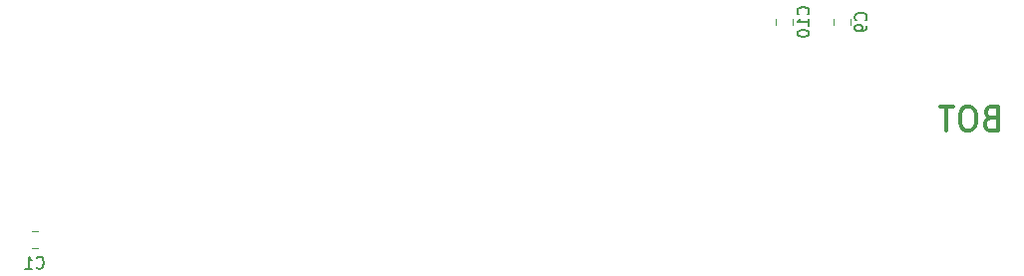
<source format=gbr>
G04 #@! TF.GenerationSoftware,KiCad,Pcbnew,(5.1.8)-1*
G04 #@! TF.CreationDate,2020-11-26T11:10:08+01:00*
G04 #@! TF.ProjectId,MM1_Writer,4d4d315f-5772-4697-9465-722e6b696361,R1*
G04 #@! TF.SameCoordinates,PX4692680PY3938700*
G04 #@! TF.FileFunction,Legend,Bot*
G04 #@! TF.FilePolarity,Positive*
%FSLAX46Y46*%
G04 Gerber Fmt 4.6, Leading zero omitted, Abs format (unit mm)*
G04 Created by KiCad (PCBNEW (5.1.8)-1) date 2020-11-26 11:10:08*
%MOMM*%
%LPD*%
G01*
G04 APERTURE LIST*
%ADD10C,0.300000*%
%ADD11C,0.120000*%
%ADD12C,0.150000*%
G04 APERTURE END LIST*
D10*
X92606666Y-13157142D02*
X92320952Y-13252380D01*
X92225714Y-13347619D01*
X92130476Y-13538095D01*
X92130476Y-13823809D01*
X92225714Y-14014285D01*
X92320952Y-14109523D01*
X92511428Y-14204761D01*
X93273333Y-14204761D01*
X93273333Y-12204761D01*
X92606666Y-12204761D01*
X92416190Y-12300000D01*
X92320952Y-12395238D01*
X92225714Y-12585714D01*
X92225714Y-12776190D01*
X92320952Y-12966666D01*
X92416190Y-13061904D01*
X92606666Y-13157142D01*
X93273333Y-13157142D01*
X90892380Y-12204761D02*
X90511428Y-12204761D01*
X90320952Y-12300000D01*
X90130476Y-12490476D01*
X90035238Y-12871428D01*
X90035238Y-13538095D01*
X90130476Y-13919047D01*
X90320952Y-14109523D01*
X90511428Y-14204761D01*
X90892380Y-14204761D01*
X91082857Y-14109523D01*
X91273333Y-13919047D01*
X91368571Y-13538095D01*
X91368571Y-12871428D01*
X91273333Y-12490476D01*
X91082857Y-12300000D01*
X90892380Y-12204761D01*
X89463809Y-12204761D02*
X88320952Y-12204761D01*
X88892380Y-14204761D02*
X88892380Y-12204761D01*
D11*
X11758578Y-22790000D02*
X11241422Y-22790000D01*
X11758578Y-24210000D02*
X11241422Y-24210000D01*
X79290000Y-5258578D02*
X79290000Y-4741422D01*
X80710000Y-5258578D02*
X80710000Y-4741422D01*
X74390000Y-5258578D02*
X74390000Y-4741422D01*
X75810000Y-5258578D02*
X75810000Y-4741422D01*
D12*
X11604166Y-25857142D02*
X11651785Y-25904761D01*
X11794642Y-25952380D01*
X11889880Y-25952380D01*
X12032738Y-25904761D01*
X12127976Y-25809523D01*
X12175595Y-25714285D01*
X12223214Y-25523809D01*
X12223214Y-25380952D01*
X12175595Y-25190476D01*
X12127976Y-25095238D01*
X12032738Y-25000000D01*
X11889880Y-24952380D01*
X11794642Y-24952380D01*
X11651785Y-25000000D01*
X11604166Y-25047619D01*
X10651785Y-25952380D02*
X11223214Y-25952380D01*
X10937500Y-25952380D02*
X10937500Y-24952380D01*
X11032738Y-25095238D01*
X11127976Y-25190476D01*
X11223214Y-25238095D01*
X82007142Y-4833333D02*
X82054761Y-4785714D01*
X82102380Y-4642857D01*
X82102380Y-4547619D01*
X82054761Y-4404761D01*
X81959523Y-4309523D01*
X81864285Y-4261904D01*
X81673809Y-4214285D01*
X81530952Y-4214285D01*
X81340476Y-4261904D01*
X81245238Y-4309523D01*
X81150000Y-4404761D01*
X81102380Y-4547619D01*
X81102380Y-4642857D01*
X81150000Y-4785714D01*
X81197619Y-4833333D01*
X82102380Y-5309523D02*
X82102380Y-5500000D01*
X82054761Y-5595238D01*
X82007142Y-5642857D01*
X81864285Y-5738095D01*
X81673809Y-5785714D01*
X81292857Y-5785714D01*
X81197619Y-5738095D01*
X81150000Y-5690476D01*
X81102380Y-5595238D01*
X81102380Y-5404761D01*
X81150000Y-5309523D01*
X81197619Y-5261904D01*
X81292857Y-5214285D01*
X81530952Y-5214285D01*
X81626190Y-5261904D01*
X81673809Y-5309523D01*
X81721428Y-5404761D01*
X81721428Y-5595238D01*
X81673809Y-5690476D01*
X81626190Y-5738095D01*
X81530952Y-5785714D01*
X77107142Y-4357142D02*
X77154761Y-4309523D01*
X77202380Y-4166666D01*
X77202380Y-4071428D01*
X77154761Y-3928571D01*
X77059523Y-3833333D01*
X76964285Y-3785714D01*
X76773809Y-3738095D01*
X76630952Y-3738095D01*
X76440476Y-3785714D01*
X76345238Y-3833333D01*
X76250000Y-3928571D01*
X76202380Y-4071428D01*
X76202380Y-4166666D01*
X76250000Y-4309523D01*
X76297619Y-4357142D01*
X77202380Y-5309523D02*
X77202380Y-4738095D01*
X77202380Y-5023809D02*
X76202380Y-5023809D01*
X76345238Y-4928571D01*
X76440476Y-4833333D01*
X76488095Y-4738095D01*
X76202380Y-5928571D02*
X76202380Y-6023809D01*
X76250000Y-6119047D01*
X76297619Y-6166666D01*
X76392857Y-6214285D01*
X76583333Y-6261904D01*
X76821428Y-6261904D01*
X77011904Y-6214285D01*
X77107142Y-6166666D01*
X77154761Y-6119047D01*
X77202380Y-6023809D01*
X77202380Y-5928571D01*
X77154761Y-5833333D01*
X77107142Y-5785714D01*
X77011904Y-5738095D01*
X76821428Y-5690476D01*
X76583333Y-5690476D01*
X76392857Y-5738095D01*
X76297619Y-5785714D01*
X76250000Y-5833333D01*
X76202380Y-5928571D01*
M02*

</source>
